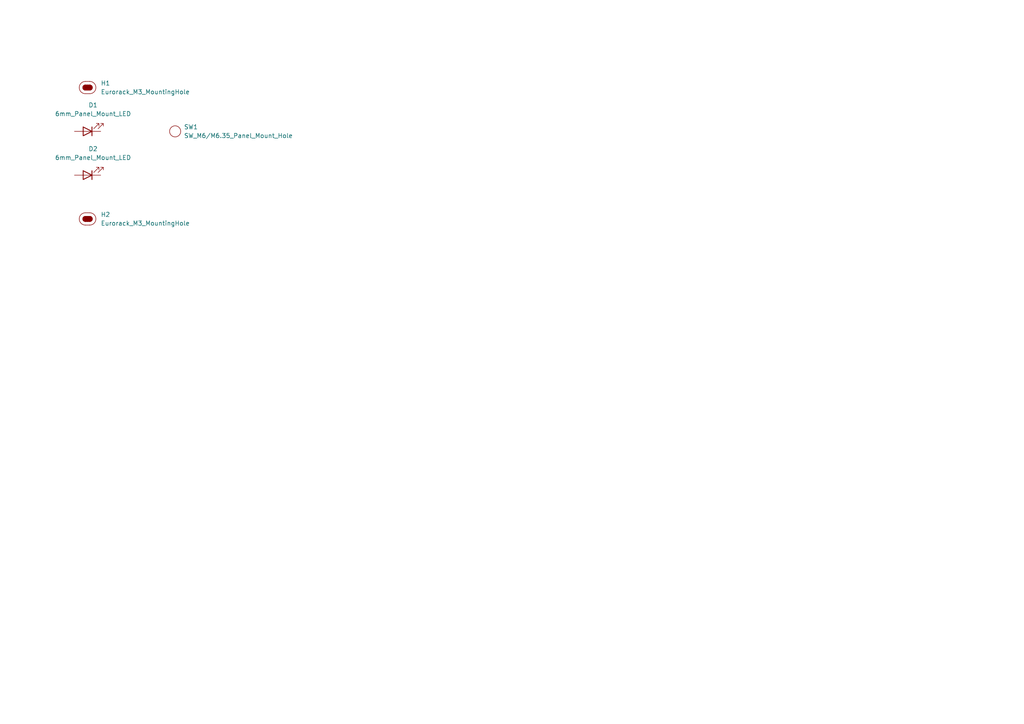
<source format=kicad_sch>
(kicad_sch (version 20250114) (generator "eeschema") (generator_version "9.0")
  (paper "A4")
  (lib_symbols
    (symbol "EXC:6mm_Panel_Mount_LED" (pin_numbers (hide yes)) (pin_names (offset 1.016) (hide yes))
      (property "Reference" "D" (at 0 2.54 0))
      (property "Value" "6mm_Panel_Mount_LED" (at 0 -3.556 0))
      (symbol "6mm_Panel_Mount_LED_0_1"
        (polyline (pts (xy -1.27 1.27) (xy -1.27 -1.27) (xy 1.27 0) (xy -1.27 1.27)) (stroke (width 0.254)))
        (polyline (pts (xy 1.27 1.27) (xy 1.27 -1.27)) (stroke (width 0.254)))
        (polyline (pts (xy 1.27 0) (xy -1.27 0)))
        (polyline (pts (xy 1.778 0.762) (xy 3.302 2.286) (xy 2.54 2.286) (xy 3.302 2.286) (xy 3.302 1.524)))
        (polyline (pts (xy 3.048 0.762) (xy 4.572 2.286) (xy 3.81 2.286) (xy 4.572 2.286) (xy 4.572 1.524)))
      )
      (symbol "6mm_Panel_Mount_LED_1_1"
        (pin passive line (at -3.81 0 0) (length 2.54) (name "A") (number "2"))
        (pin passive line (at 3.81 0 180) (length 2.54) (name "K") (number "1"))
      )
    )
    (symbol "EXC:Eurorack_M3_MountingHole" (pin_names (offset 1.016))
      (property "Reference" "H" (at 0 5.08 0))
      (property "Value" "Eurorack_M3_MountingHole" (at 0 3.175 0))
      (symbol "Eurorack_M3_MountingHole_0_1"
        (polyline (pts (xy -0.635 0.762) (xy 0.635 0.762)))
        (circle (center -0.635 0) (radius 0.762) (fill (type outline)))
        (arc (start -0.635 -0.762) (mid -1.397 0) (end -0.635 0.762))
        (arc (start -0.635 -1.778) (mid -2.413 0) (end -0.635 1.778))
        (polyline (pts (xy -0.635 -0.762) (xy 0.635 -0.762)))
        (polyline (pts (xy -0.635 -1.778) (xy 0.635 -1.778)))
        (circle (center 0 0) (radius 0.762) (fill (type outline)))
        (polyline (pts (xy 0.635 1.778) (xy -0.635 1.778)))
        (arc (start 0.6141 1.778) (mid 2.4131 0) (end 0.6141 -1.778))
        (arc (start 0.6227 0.762) (mid 1.3971 0) (end 0.6227 -0.762))
        (circle (center 0.635 0) (radius 0.762) (fill (type outline)))
      )
    )
    (symbol "EXC:SW_M6/6.35_Panel_Mount_Hole" (pin_names (offset 0) (hide yes))
      (property "Reference" "SW" (at 0 3.175 0))
      (property "Value" "SW_M6/M6.35_Panel_Mount_Hole" (at 0 -2.794 0))
      (symbol "SW_M6/6.35_Panel_Mount_Hole_0_0"
        (circle (center 0 0) (radius 1.6129))
      )
    )
  )
  (symbol (lib_id "EXC:Eurorack_M3_MountingHole") (at 25.4 25.4 0) (unit 1)
    (property "Reference" "H1" (at 29.21 24.1299 0) (effects (justify left)))
    (property "Value" "Eurorack_M3_MountingHole" (at 29.21 26.6699 0) (effects (justify left)))
    (property "Footprint" "EXC:MountingHole_3.2mm_M3" (effects (hide yes)))
    (property "Description" "Mounting Hole without connection" (effects (hide yes)))
  )
  (symbol (lib_id "EXC:6mm_Panel_Mount_LED") (at 25.4 50.8 0) (unit 1)
    (property "Reference" "D2" (at 26.9875 43.18 0))
    (property "Value" "6mm_Panel_Mount_LED" (at 26.9875 45.72 0))
    (property "Footprint" "EXC:6mm_Panel_Mount_LED" (effects (hide yes)))
    (property "Description" "Light emitting diode" (effects (hide yes)))
  )
  (symbol (lib_id "EXC:Eurorack_M3_MountingHole") (at 25.4 63.5 0) (unit 1)
    (property "Reference" "H2" (at 29.21 62.2299 0) (effects (justify left)))
    (property "Value" "Eurorack_M3_MountingHole" (at 29.21 64.7699 0) (effects (justify left)))
    (property "Footprint" "EXC:MountingHole_3.2mm_M3" (effects (hide yes)))
    (property "Description" "Mounting Hole without connection" (effects (hide yes)))
  )
  (symbol (lib_id "EXC:6mm_Panel_Mount_LED") (at 25.4 38.1 0) (unit 1)
    (property "Reference" "D1" (at 26.9875 30.48 0))
    (property "Value" "6mm_Panel_Mount_LED" (at 26.9875 33.02 0))
    (property "Footprint" "EXC:6mm_Panel_Mount_LED" (effects (hide yes)))
    (property "Description" "Light emitting diode" (effects (hide yes)))
  )
  (symbol (lib_id "EXC:SW_M6/6.35_Panel_Mount_Hole") (at 50.8 38.1 0) (unit 1)
    (property "Reference" "SW1" (at 53.34 36.8299 0) (effects (justify left)))
    (property "Value" "SW_M6/M6.35_Panel_Mount_Hole" (at 53.34 39.3699 0) (effects (justify left)))
    (property "Footprint" "EXC:SW_M6-M6.35_Panel_Mount_Hole" (effects (hide yes)))
    (property "Datasheet" "https://ae01.alicdn.com/kf/S30ba4cd8ca6748179fcb108112fb1d3fP.jpg" (effects (hide yes)))
    (property "Description" "Hole for the top of the panel of the switch so it allows space for the M6-ish nut to sit inside" (effects (hide yes)))
    (property "Source" "https://www.aliexpress.com/item/4000512396094.html" (effects (hide yes)))
  )
)
</source>
